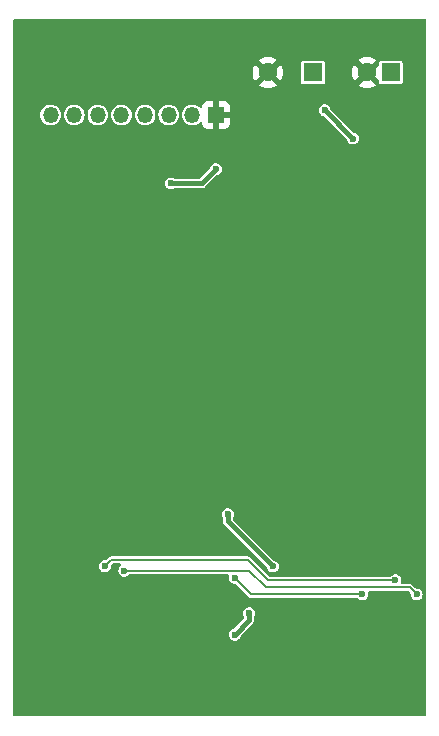
<source format=gbr>
%TF.GenerationSoftware,KiCad,Pcbnew,8.0.7*%
%TF.CreationDate,2025-01-18T17:17:35+01:00*%
%TF.ProjectId,tuff_tuff_pcb,74756666-5f74-4756-9666-5f7063622e6b,rev?*%
%TF.SameCoordinates,Original*%
%TF.FileFunction,Copper,L2,Bot*%
%TF.FilePolarity,Positive*%
%FSLAX46Y46*%
G04 Gerber Fmt 4.6, Leading zero omitted, Abs format (unit mm)*
G04 Created by KiCad (PCBNEW 8.0.7) date 2025-01-18 17:17:35*
%MOMM*%
%LPD*%
G01*
G04 APERTURE LIST*
%TA.AperFunction,ComponentPad*%
%ADD10R,1.600000X1.600000*%
%TD*%
%TA.AperFunction,ComponentPad*%
%ADD11C,1.600000*%
%TD*%
%TA.AperFunction,ComponentPad*%
%ADD12R,1.350000X1.350000*%
%TD*%
%TA.AperFunction,ComponentPad*%
%ADD13O,1.350000X1.350000*%
%TD*%
%TA.AperFunction,ViaPad*%
%ADD14C,0.600000*%
%TD*%
%TA.AperFunction,Conductor*%
%ADD15C,0.200000*%
%TD*%
%TA.AperFunction,Conductor*%
%ADD16C,0.400000*%
%TD*%
G04 APERTURE END LIST*
D10*
%TO.P,C1,1*%
%TO.N,VIN_DRIVE*%
X-5400000Y55000000D03*
D11*
%TO.P,C1,2*%
%TO.N,GND*%
X-7400000Y55000000D03*
%TD*%
D10*
%TO.P,C2,1*%
%TO.N,3.3V*%
X-12000000Y55000000D03*
D11*
%TO.P,C2,2*%
%TO.N,GND*%
X-15800000Y55000000D03*
%TD*%
D12*
%TO.P,J1,1,Pin_1*%
%TO.N,GND*%
X-20200000Y51400000D03*
D13*
%TO.P,J1,2,Pin_2*%
%TO.N,VIN_DRIVE*%
X-22200000Y51400000D03*
%TO.P,J1,3,Pin_3*%
%TO.N,VIN_LEFT*%
X-24200000Y51400000D03*
%TO.P,J1,4,Pin_4*%
%TO.N,VIN_RIGHT*%
X-26200000Y51400000D03*
%TO.P,J1,5,Pin_5*%
%TO.N,VIN_BREAK*%
X-28200000Y51400000D03*
%TO.P,J1,6,Pin_6*%
%TO.N,VIN_REVERSE*%
X-30200000Y51400000D03*
%TO.P,J1,7,Pin_7*%
%TO.N,GPIO_1*%
X-32200000Y51400000D03*
%TO.P,J1,8,Pin_8*%
%TO.N,GPIO_2*%
X-34200000Y51400000D03*
%TD*%
D14*
%TO.N,GND*%
X-3800000Y1600000D03*
X-26400000Y8400000D03*
X-31800000Y25400000D03*
X-35800000Y2000000D03*
X-15000000Y9000000D03*
X-19000000Y11400000D03*
X-26800000Y46600000D03*
X-16000000Y25200000D03*
X-23800000Y8400000D03*
X-25800000Y26400000D03*
X-26400000Y5400000D03*
X-23800000Y5400000D03*
X-14600000Y48600000D03*
X-27000000Y16000000D03*
X-27600000Y56200000D03*
X-35200000Y37000000D03*
%TO.N,SWDIO*%
X-5000000Y12000000D03*
X-29600000Y13200000D03*
%TO.N,SWCLK*%
X-3200000Y10800000D03*
X-27950000Y12800000D03*
%TO.N,NRST*%
X-18600000Y12200000D03*
X-7800000Y10800000D03*
%TO.N,3.3V*%
X-19200000Y17600000D03*
X-20200000Y46800000D03*
X-17400000Y9200000D03*
X-11000000Y51800000D03*
X-15375735Y13175735D03*
X-18600000Y7400000D03*
X-24000000Y45600000D03*
X-8600000Y49400000D03*
%TD*%
D15*
%TO.N,SWDIO*%
X-17524265Y13724265D02*
X-15800000Y12000000D01*
X-29075735Y13724265D02*
X-17524265Y13724265D01*
X-15800000Y12000000D02*
X-5000000Y12000000D01*
X-29600000Y13200000D02*
X-29075735Y13724265D01*
%TO.N,SWCLK*%
X-17400000Y12800000D02*
X-16000000Y11400000D01*
X-27950000Y12800000D02*
X-17400000Y12800000D01*
X-16000000Y11400000D02*
X-3800000Y11400000D01*
X-3800000Y11400000D02*
X-3200000Y10800000D01*
%TO.N,NRST*%
X-17200000Y10800000D02*
X-7800000Y10800000D01*
X-18600000Y12200000D02*
X-17200000Y10800000D01*
D16*
%TO.N,3.3V*%
X-19200000Y17000000D02*
X-15375735Y13175735D01*
X-11000000Y51800000D02*
X-8600000Y49400000D01*
X-17400000Y9200000D02*
X-17400000Y8600000D01*
X-17400000Y8600000D02*
X-18600000Y7400000D01*
X-19200000Y17600000D02*
X-19200000Y17000000D01*
X-20200000Y46800000D02*
X-21400000Y45600000D01*
X-21400000Y45600000D02*
X-24000000Y45600000D01*
%TD*%
%TA.AperFunction,Conductor*%
%TO.N,GND*%
G36*
X-2456961Y59479815D02*
G01*
X-2411206Y59427011D01*
X-2400000Y59375500D01*
X-2400000Y624500D01*
X-2419685Y557461D01*
X-2472489Y511706D01*
X-2524000Y500500D01*
X-37276000Y500500D01*
X-37343039Y520185D01*
X-37388794Y572989D01*
X-37400000Y624500D01*
X-37400000Y7400000D01*
X-19105647Y7400000D01*
X-19085166Y7257544D01*
X-19085164Y7257540D01*
X-19025377Y7126627D01*
X-18931128Y7017857D01*
X-18810053Y6940047D01*
X-18810050Y6940046D01*
X-18810051Y6940046D01*
X-18671964Y6899501D01*
X-18671962Y6899500D01*
X-18671961Y6899500D01*
X-18528038Y6899500D01*
X-18528038Y6899501D01*
X-18389947Y6940047D01*
X-18268872Y7017857D01*
X-18174623Y7126627D01*
X-18114835Y7257543D01*
X-18110427Y7288205D01*
X-18081406Y7351756D01*
X-18075385Y7358224D01*
X-17079520Y8354087D01*
X-17026793Y8445412D01*
X-16999500Y8547273D01*
X-16999500Y8652727D01*
X-16999500Y8851668D01*
X-16979815Y8918707D01*
X-16979099Y8919664D01*
X-16974632Y8926618D01*
X-16974623Y8926627D01*
X-16914835Y9057543D01*
X-16894353Y9200000D01*
X-16914835Y9342457D01*
X-16974623Y9473373D01*
X-17068872Y9582143D01*
X-17189947Y9659953D01*
X-17189949Y9659954D01*
X-17189951Y9659955D01*
X-17189950Y9659955D01*
X-17328037Y9700500D01*
X-17328039Y9700500D01*
X-17471961Y9700500D01*
X-17471964Y9700500D01*
X-17610051Y9659955D01*
X-17731127Y9582144D01*
X-17825377Y9473374D01*
X-17825378Y9473372D01*
X-17885166Y9342457D01*
X-17905647Y9200000D01*
X-17885166Y9057544D01*
X-17845877Y8971515D01*
X-17825377Y8926627D01*
X-17825373Y8926622D01*
X-17820582Y8919167D01*
X-17823636Y8917205D01*
X-17801765Y8869337D01*
X-17800500Y8851668D01*
X-17800500Y8817255D01*
X-17820185Y8750216D01*
X-17836819Y8729574D01*
X-18640991Y7925403D01*
X-18693737Y7894107D01*
X-18810051Y7859955D01*
X-18931127Y7782144D01*
X-19025377Y7673374D01*
X-19025378Y7673372D01*
X-19085166Y7542457D01*
X-19105647Y7400000D01*
X-37400000Y7400000D01*
X-37400000Y13200000D01*
X-30105647Y13200000D01*
X-30085166Y13057544D01*
X-30025378Y12926629D01*
X-30025377Y12926627D01*
X-29931128Y12817857D01*
X-29810053Y12740047D01*
X-29810050Y12740046D01*
X-29810051Y12740046D01*
X-29671964Y12699501D01*
X-29671962Y12699500D01*
X-29671961Y12699500D01*
X-29528038Y12699500D01*
X-29528038Y12699501D01*
X-29389947Y12740047D01*
X-29268872Y12817857D01*
X-29174623Y12926627D01*
X-29114835Y13057543D01*
X-29094353Y13200000D01*
X-29095661Y13209094D01*
X-29085721Y13278250D01*
X-29060604Y13314426D01*
X-28987581Y13387447D01*
X-28926257Y13420932D01*
X-28899901Y13423765D01*
X-28327462Y13423765D01*
X-28260423Y13404080D01*
X-28214668Y13351276D01*
X-28204724Y13282118D01*
X-28233749Y13218562D01*
X-28260423Y13195449D01*
X-28281127Y13182144D01*
X-28281128Y13182144D01*
X-28281128Y13182143D01*
X-28293710Y13167623D01*
X-28375377Y13073374D01*
X-28375378Y13073372D01*
X-28435166Y12942457D01*
X-28455647Y12800000D01*
X-28435166Y12657544D01*
X-28375378Y12526629D01*
X-28375377Y12526627D01*
X-28281128Y12417857D01*
X-28160053Y12340047D01*
X-28160050Y12340046D01*
X-28160051Y12340046D01*
X-28052893Y12308583D01*
X-28025367Y12300500D01*
X-28021964Y12299501D01*
X-28021962Y12299500D01*
X-28021961Y12299500D01*
X-27878038Y12299500D01*
X-27878038Y12299501D01*
X-27770879Y12330965D01*
X-27739950Y12340046D01*
X-27739950Y12340047D01*
X-27739947Y12340047D01*
X-27618872Y12417857D01*
X-27585212Y12456704D01*
X-27526433Y12494477D01*
X-27491499Y12499500D01*
X-19204698Y12499500D01*
X-19137659Y12479815D01*
X-19091904Y12427011D01*
X-19081960Y12357853D01*
X-19084884Y12344413D01*
X-19105647Y12200000D01*
X-19085166Y12057544D01*
X-19058886Y12000000D01*
X-19025377Y11926627D01*
X-18931128Y11817857D01*
X-18810053Y11740047D01*
X-18810050Y11740046D01*
X-18810051Y11740046D01*
X-18715554Y11712300D01*
X-18674720Y11700310D01*
X-18671964Y11699501D01*
X-18671962Y11699500D01*
X-18575833Y11699500D01*
X-18508794Y11679815D01*
X-18488152Y11663181D01*
X-17440460Y10615489D01*
X-17384511Y10559540D01*
X-17384509Y10559539D01*
X-17384505Y10559536D01*
X-17327507Y10526629D01*
X-17315989Y10519979D01*
X-17239562Y10499500D01*
X-17160438Y10499500D01*
X-8258501Y10499500D01*
X-8191462Y10479815D01*
X-8164789Y10456704D01*
X-8131128Y10417857D01*
X-8010053Y10340047D01*
X-8010050Y10340046D01*
X-8010051Y10340046D01*
X-7871964Y10299501D01*
X-7871962Y10299500D01*
X-7871961Y10299500D01*
X-7728038Y10299500D01*
X-7728038Y10299501D01*
X-7589947Y10340047D01*
X-7468872Y10417857D01*
X-7374623Y10526627D01*
X-7314835Y10657543D01*
X-7294353Y10800000D01*
X-7314835Y10942457D01*
X-7316097Y10951235D01*
X-7314280Y10951497D01*
X-7314278Y11010438D01*
X-7276502Y11069215D01*
X-7212945Y11098238D01*
X-7195302Y11099500D01*
X-3975833Y11099500D01*
X-3908794Y11079815D01*
X-3888152Y11063181D01*
X-3739396Y10914425D01*
X-3705911Y10853102D01*
X-3704339Y10809098D01*
X-3705647Y10800001D01*
X-3685166Y10657544D01*
X-3640409Y10559542D01*
X-3625377Y10526627D01*
X-3531128Y10417857D01*
X-3410053Y10340047D01*
X-3410050Y10340046D01*
X-3410051Y10340046D01*
X-3271964Y10299501D01*
X-3271962Y10299500D01*
X-3271961Y10299500D01*
X-3128038Y10299500D01*
X-3128038Y10299501D01*
X-2989947Y10340047D01*
X-2868872Y10417857D01*
X-2774623Y10526627D01*
X-2714835Y10657543D01*
X-2694353Y10800000D01*
X-2714835Y10942457D01*
X-2774623Y11073373D01*
X-2868872Y11182143D01*
X-2989947Y11259953D01*
X-2989949Y11259954D01*
X-2989951Y11259955D01*
X-2989950Y11259955D01*
X-3128037Y11300500D01*
X-3128039Y11300500D01*
X-3224167Y11300500D01*
X-3291206Y11320185D01*
X-3311848Y11336819D01*
X-3615488Y11640459D01*
X-3615496Y11640465D01*
X-3670032Y11671951D01*
X-3670036Y11671952D01*
X-3684011Y11680021D01*
X-3760438Y11700500D01*
X-3760440Y11700500D01*
X-4395302Y11700500D01*
X-4462341Y11720185D01*
X-4508096Y11772989D01*
X-4518040Y11842147D01*
X-4515117Y11855588D01*
X-4514837Y11857541D01*
X-4514835Y11857543D01*
X-4494353Y12000000D01*
X-4514835Y12142457D01*
X-4574623Y12273373D01*
X-4668872Y12382143D01*
X-4789947Y12459953D01*
X-4789949Y12459954D01*
X-4789951Y12459955D01*
X-4789950Y12459955D01*
X-4928037Y12500500D01*
X-4928039Y12500500D01*
X-5071961Y12500500D01*
X-5071964Y12500500D01*
X-5210051Y12459955D01*
X-5331127Y12382144D01*
X-5364788Y12343297D01*
X-5423567Y12305523D01*
X-5458501Y12300500D01*
X-15624167Y12300500D01*
X-15691206Y12320185D01*
X-15711848Y12336819D01*
X-17339753Y13964724D01*
X-17339761Y13964730D01*
X-17408270Y14004283D01*
X-17408275Y14004286D01*
X-17433752Y14011113D01*
X-17484703Y14024765D01*
X-29036173Y14024765D01*
X-29115297Y14024765D01*
X-29191725Y14004287D01*
X-29260246Y13964725D01*
X-29260249Y13964723D01*
X-29488153Y13736819D01*
X-29549476Y13703334D01*
X-29575834Y13700500D01*
X-29671964Y13700500D01*
X-29810051Y13659955D01*
X-29931127Y13582144D01*
X-30025377Y13473374D01*
X-30025378Y13473372D01*
X-30085166Y13342457D01*
X-30105647Y13200000D01*
X-37400000Y13200000D01*
X-37400000Y17600000D01*
X-19705647Y17600000D01*
X-19685166Y17457544D01*
X-19645877Y17371515D01*
X-19625377Y17326627D01*
X-19625373Y17326622D01*
X-19620582Y17319167D01*
X-19623636Y17317205D01*
X-19601765Y17269337D01*
X-19600500Y17251668D01*
X-19600500Y16947274D01*
X-19573207Y16845411D01*
X-19546844Y16799750D01*
X-19520480Y16754087D01*
X-19520478Y16754085D01*
X-15900366Y13133973D01*
X-15866881Y13072650D01*
X-15865309Y13063940D01*
X-15860901Y13033282D01*
X-15860900Y13033277D01*
X-15812194Y12926627D01*
X-15801112Y12902362D01*
X-15706863Y12793592D01*
X-15585788Y12715782D01*
X-15585785Y12715781D01*
X-15585786Y12715781D01*
X-15447699Y12675236D01*
X-15447697Y12675235D01*
X-15447696Y12675235D01*
X-15303773Y12675235D01*
X-15303773Y12675236D01*
X-15165682Y12715782D01*
X-15044607Y12793592D01*
X-14950358Y12902362D01*
X-14890570Y13033278D01*
X-14870088Y13175735D01*
X-14890570Y13318192D01*
X-14950358Y13449108D01*
X-15044607Y13557878D01*
X-15082366Y13582144D01*
X-15165684Y13635690D01*
X-15281999Y13669842D01*
X-15334745Y13701138D01*
X-18763181Y17129574D01*
X-18796666Y17190897D01*
X-18799500Y17217255D01*
X-18799500Y17251668D01*
X-18779815Y17318707D01*
X-18779099Y17319664D01*
X-18774632Y17326618D01*
X-18774623Y17326627D01*
X-18714835Y17457543D01*
X-18694353Y17600000D01*
X-18714835Y17742457D01*
X-18774623Y17873373D01*
X-18868872Y17982143D01*
X-18989947Y18059953D01*
X-18989949Y18059954D01*
X-18989951Y18059955D01*
X-18989950Y18059955D01*
X-19128037Y18100500D01*
X-19128039Y18100500D01*
X-19271961Y18100500D01*
X-19271964Y18100500D01*
X-19410051Y18059955D01*
X-19531127Y17982144D01*
X-19625377Y17873374D01*
X-19625378Y17873372D01*
X-19685166Y17742457D01*
X-19705647Y17600000D01*
X-37400000Y17600000D01*
X-37400000Y45600000D01*
X-24505647Y45600000D01*
X-24485166Y45457544D01*
X-24425378Y45326629D01*
X-24425377Y45326627D01*
X-24331128Y45217857D01*
X-24210053Y45140047D01*
X-24210050Y45140046D01*
X-24210051Y45140046D01*
X-24071964Y45099501D01*
X-24071962Y45099500D01*
X-24071961Y45099500D01*
X-23928038Y45099500D01*
X-23928038Y45099501D01*
X-23789950Y45140046D01*
X-23789949Y45140046D01*
X-23728064Y45179816D01*
X-23661026Y45199500D01*
X-21347275Y45199500D01*
X-21347273Y45199500D01*
X-21245412Y45226793D01*
X-21154087Y45279520D01*
X-20159008Y46274600D01*
X-20106263Y46305894D01*
X-19989950Y46340046D01*
X-19989950Y46340047D01*
X-19989947Y46340047D01*
X-19868872Y46417857D01*
X-19774623Y46526627D01*
X-19714835Y46657543D01*
X-19694353Y46800000D01*
X-19714835Y46942457D01*
X-19774623Y47073373D01*
X-19868872Y47182143D01*
X-19989947Y47259953D01*
X-19989949Y47259954D01*
X-19989951Y47259955D01*
X-19989950Y47259955D01*
X-20128037Y47300500D01*
X-20128039Y47300500D01*
X-20271961Y47300500D01*
X-20271964Y47300500D01*
X-20410051Y47259955D01*
X-20531127Y47182144D01*
X-20625377Y47073374D01*
X-20625378Y47073372D01*
X-20685165Y46942459D01*
X-20685166Y46942455D01*
X-20689574Y46911796D01*
X-20718600Y46848241D01*
X-20724631Y46841764D01*
X-21529574Y46036819D01*
X-21590897Y46003334D01*
X-21617255Y46000500D01*
X-23661026Y46000500D01*
X-23728064Y46020184D01*
X-23789950Y46059955D01*
X-23928037Y46100500D01*
X-23928039Y46100500D01*
X-24071961Y46100500D01*
X-24071964Y46100500D01*
X-24210051Y46059955D01*
X-24331127Y45982144D01*
X-24425377Y45873374D01*
X-24425378Y45873372D01*
X-24485166Y45742457D01*
X-24505647Y45600000D01*
X-37400000Y45600000D01*
X-37400000Y51400000D01*
X-35080322Y51400000D01*
X-35061085Y51216971D01*
X-35061084Y51216968D01*
X-35004217Y51041947D01*
X-35004214Y51041941D01*
X-34912195Y50882560D01*
X-34840652Y50803103D01*
X-34789051Y50745794D01*
X-34789049Y50745792D01*
X-34640166Y50637622D01*
X-34640165Y50637622D01*
X-34640161Y50637619D01*
X-34503047Y50576572D01*
X-34472039Y50562766D01*
X-34472034Y50562764D01*
X-34292019Y50524500D01*
X-34107981Y50524500D01*
X-33927966Y50562764D01*
X-33759839Y50637619D01*
X-33610950Y50745793D01*
X-33487805Y50882560D01*
X-33395786Y51041941D01*
X-33338915Y51216971D01*
X-33323321Y51365345D01*
X-33309138Y51399816D01*
X-33309324Y51400186D01*
X-33090863Y51400186D01*
X-33078023Y51374688D01*
X-33076681Y51365354D01*
X-33061085Y51216971D01*
X-33061084Y51216968D01*
X-33004217Y51041947D01*
X-33004214Y51041941D01*
X-32912195Y50882560D01*
X-32840652Y50803103D01*
X-32789051Y50745794D01*
X-32789049Y50745792D01*
X-32640166Y50637622D01*
X-32640165Y50637622D01*
X-32640161Y50637619D01*
X-32503047Y50576572D01*
X-32472039Y50562766D01*
X-32472034Y50562764D01*
X-32292019Y50524500D01*
X-32107981Y50524500D01*
X-31927966Y50562764D01*
X-31759839Y50637619D01*
X-31610950Y50745793D01*
X-31487805Y50882560D01*
X-31395786Y51041941D01*
X-31338915Y51216971D01*
X-31323321Y51365345D01*
X-31309138Y51399816D01*
X-31309324Y51400186D01*
X-31090863Y51400186D01*
X-31078023Y51374688D01*
X-31076681Y51365354D01*
X-31061085Y51216971D01*
X-31061084Y51216968D01*
X-31004217Y51041947D01*
X-31004214Y51041941D01*
X-30912195Y50882560D01*
X-30840652Y50803103D01*
X-30789051Y50745794D01*
X-30789049Y50745792D01*
X-30640166Y50637622D01*
X-30640165Y50637622D01*
X-30640161Y50637619D01*
X-30503047Y50576572D01*
X-30472039Y50562766D01*
X-30472034Y50562764D01*
X-30292019Y50524500D01*
X-30107981Y50524500D01*
X-29927966Y50562764D01*
X-29759839Y50637619D01*
X-29610950Y50745793D01*
X-29487805Y50882560D01*
X-29395786Y51041941D01*
X-29338915Y51216971D01*
X-29323321Y51365345D01*
X-29309138Y51399816D01*
X-29309324Y51400186D01*
X-29090863Y51400186D01*
X-29078023Y51374688D01*
X-29076681Y51365354D01*
X-29061085Y51216971D01*
X-29061084Y51216968D01*
X-29004217Y51041947D01*
X-29004214Y51041941D01*
X-28912195Y50882560D01*
X-28840652Y50803103D01*
X-28789051Y50745794D01*
X-28789049Y50745792D01*
X-28640166Y50637622D01*
X-28640165Y50637622D01*
X-28640161Y50637619D01*
X-28503047Y50576572D01*
X-28472039Y50562766D01*
X-28472034Y50562764D01*
X-28292019Y50524500D01*
X-28107981Y50524500D01*
X-27927966Y50562764D01*
X-27759839Y50637619D01*
X-27610950Y50745793D01*
X-27487805Y50882560D01*
X-27395786Y51041941D01*
X-27338915Y51216971D01*
X-27323321Y51365345D01*
X-27309138Y51399816D01*
X-27309324Y51400186D01*
X-27090863Y51400186D01*
X-27078023Y51374688D01*
X-27076681Y51365354D01*
X-27061085Y51216971D01*
X-27061084Y51216968D01*
X-27004217Y51041947D01*
X-27004214Y51041941D01*
X-26912195Y50882560D01*
X-26840652Y50803103D01*
X-26789051Y50745794D01*
X-26789049Y50745792D01*
X-26640166Y50637622D01*
X-26640165Y50637622D01*
X-26640161Y50637619D01*
X-26503047Y50576572D01*
X-26472039Y50562766D01*
X-26472034Y50562764D01*
X-26292019Y50524500D01*
X-26107981Y50524500D01*
X-25927966Y50562764D01*
X-25759839Y50637619D01*
X-25610950Y50745793D01*
X-25487805Y50882560D01*
X-25395786Y51041941D01*
X-25338915Y51216971D01*
X-25323321Y51365345D01*
X-25309138Y51399816D01*
X-25309324Y51400186D01*
X-25090863Y51400186D01*
X-25078023Y51374688D01*
X-25076681Y51365354D01*
X-25061085Y51216971D01*
X-25061084Y51216968D01*
X-25004217Y51041947D01*
X-25004214Y51041941D01*
X-24912195Y50882560D01*
X-24840652Y50803103D01*
X-24789051Y50745794D01*
X-24789049Y50745792D01*
X-24640166Y50637622D01*
X-24640165Y50637622D01*
X-24640161Y50637619D01*
X-24503047Y50576572D01*
X-24472039Y50562766D01*
X-24472034Y50562764D01*
X-24292019Y50524500D01*
X-24107981Y50524500D01*
X-23927966Y50562764D01*
X-23759839Y50637619D01*
X-23610950Y50745793D01*
X-23487805Y50882560D01*
X-23395786Y51041941D01*
X-23338915Y51216971D01*
X-23323321Y51365345D01*
X-23309138Y51399816D01*
X-23309324Y51400186D01*
X-23090863Y51400186D01*
X-23078023Y51374688D01*
X-23076681Y51365354D01*
X-23061085Y51216971D01*
X-23061084Y51216968D01*
X-23004217Y51041947D01*
X-23004214Y51041941D01*
X-22912195Y50882560D01*
X-22840652Y50803103D01*
X-22789051Y50745794D01*
X-22789049Y50745792D01*
X-22640166Y50637622D01*
X-22640165Y50637622D01*
X-22640161Y50637619D01*
X-22503047Y50576572D01*
X-22472039Y50562766D01*
X-22472034Y50562764D01*
X-22292019Y50524500D01*
X-22107981Y50524500D01*
X-21927966Y50562764D01*
X-21759839Y50637619D01*
X-21610950Y50745793D01*
X-21591150Y50767785D01*
X-21531665Y50804432D01*
X-21461808Y50803103D01*
X-21403759Y50764217D01*
X-21375949Y50700121D01*
X-21375000Y50684812D01*
X-21375000Y50677156D01*
X-21368599Y50617628D01*
X-21368597Y50617621D01*
X-21318355Y50482914D01*
X-21318351Y50482907D01*
X-21232191Y50367813D01*
X-21232188Y50367810D01*
X-21117094Y50281650D01*
X-21117087Y50281646D01*
X-20982380Y50231404D01*
X-20982373Y50231402D01*
X-20922845Y50225001D01*
X-20922828Y50225000D01*
X-20450000Y50225000D01*
X-20450000Y51084314D01*
X-20445606Y51079920D01*
X-20354394Y51027259D01*
X-20252661Y51000000D01*
X-20147339Y51000000D01*
X-20045606Y51027259D01*
X-19954394Y51079920D01*
X-19950000Y51084314D01*
X-19950000Y50225000D01*
X-19477172Y50225000D01*
X-19477156Y50225001D01*
X-19417628Y50231402D01*
X-19417621Y50231404D01*
X-19282914Y50281646D01*
X-19282907Y50281650D01*
X-19167813Y50367810D01*
X-19167810Y50367813D01*
X-19081650Y50482907D01*
X-19081646Y50482914D01*
X-19031404Y50617621D01*
X-19031402Y50617628D01*
X-19025001Y50677156D01*
X-19025000Y50677173D01*
X-19025000Y51150000D01*
X-19884314Y51150000D01*
X-19879920Y51154394D01*
X-19827259Y51245606D01*
X-19800000Y51347339D01*
X-19800000Y51452661D01*
X-19827259Y51554394D01*
X-19879920Y51645606D01*
X-19884314Y51650000D01*
X-19025000Y51650000D01*
X-19025000Y51800000D01*
X-11505647Y51800000D01*
X-11485166Y51657544D01*
X-11438058Y51554394D01*
X-11425377Y51526627D01*
X-11331128Y51417857D01*
X-11210053Y51340047D01*
X-11210050Y51340046D01*
X-11210051Y51340046D01*
X-11093738Y51305894D01*
X-11040991Y51274598D01*
X-9124631Y49358239D01*
X-9091146Y49296916D01*
X-9089574Y49288206D01*
X-9085165Y49257543D01*
X-9025377Y49126627D01*
X-8931128Y49017857D01*
X-8810053Y48940047D01*
X-8810050Y48940046D01*
X-8810051Y48940046D01*
X-8671964Y48899501D01*
X-8671962Y48899500D01*
X-8671961Y48899500D01*
X-8528038Y48899500D01*
X-8528038Y48899501D01*
X-8389947Y48940047D01*
X-8268872Y49017857D01*
X-8174623Y49126627D01*
X-8114835Y49257543D01*
X-8094353Y49400000D01*
X-8114835Y49542457D01*
X-8174623Y49673373D01*
X-8268872Y49782143D01*
X-8389947Y49859953D01*
X-8389949Y49859954D01*
X-8389951Y49859955D01*
X-8389950Y49859955D01*
X-8506264Y49894107D01*
X-8559011Y49925403D01*
X-10475371Y51841764D01*
X-10508856Y51903087D01*
X-10510428Y51911802D01*
X-10511238Y51917439D01*
X-10514835Y51942457D01*
X-10574623Y52073373D01*
X-10668872Y52182143D01*
X-10789947Y52259953D01*
X-10789949Y52259954D01*
X-10789951Y52259955D01*
X-10789950Y52259955D01*
X-10928037Y52300500D01*
X-10928039Y52300500D01*
X-11071961Y52300500D01*
X-11071964Y52300500D01*
X-11210051Y52259955D01*
X-11331127Y52182144D01*
X-11425377Y52073374D01*
X-11425378Y52073372D01*
X-11485166Y51942457D01*
X-11505647Y51800000D01*
X-19025000Y51800000D01*
X-19025000Y52122828D01*
X-19025001Y52122845D01*
X-19031402Y52182373D01*
X-19031404Y52182380D01*
X-19081646Y52317087D01*
X-19081650Y52317094D01*
X-19167810Y52432188D01*
X-19167813Y52432191D01*
X-19282907Y52518351D01*
X-19282914Y52518355D01*
X-19417621Y52568597D01*
X-19417628Y52568599D01*
X-19477156Y52575000D01*
X-19950000Y52575000D01*
X-19950000Y51715686D01*
X-19954394Y51720080D01*
X-20045606Y51772741D01*
X-20147339Y51800000D01*
X-20252661Y51800000D01*
X-20354394Y51772741D01*
X-20445606Y51720080D01*
X-20450000Y51715686D01*
X-20450000Y52575000D01*
X-20922845Y52575000D01*
X-20982373Y52568599D01*
X-20982380Y52568597D01*
X-21117087Y52518355D01*
X-21117094Y52518351D01*
X-21232188Y52432191D01*
X-21232191Y52432188D01*
X-21318351Y52317094D01*
X-21318355Y52317087D01*
X-21368597Y52182380D01*
X-21368599Y52182373D01*
X-21375000Y52122845D01*
X-21375000Y52115189D01*
X-21394685Y52048150D01*
X-21447489Y52002395D01*
X-21516647Y51992451D01*
X-21580203Y52021476D01*
X-21591150Y52032217D01*
X-21610950Y52054207D01*
X-21610952Y52054209D01*
X-21759835Y52162379D01*
X-21759838Y52162381D01*
X-21759839Y52162381D01*
X-21820888Y52189562D01*
X-21927962Y52237235D01*
X-21927967Y52237237D01*
X-22107981Y52275500D01*
X-22292019Y52275500D01*
X-22472034Y52237237D01*
X-22472039Y52237235D01*
X-22640161Y52162381D01*
X-22640166Y52162379D01*
X-22789049Y52054209D01*
X-22789051Y52054207D01*
X-22912196Y51917439D01*
X-23004214Y51758060D01*
X-23004217Y51758054D01*
X-23061084Y51583033D01*
X-23061085Y51583029D01*
X-23067013Y51526627D01*
X-23076679Y51434658D01*
X-23090863Y51400186D01*
X-23309324Y51400186D01*
X-23321977Y51425313D01*
X-23323321Y51434658D01*
X-23325213Y51452661D01*
X-23338915Y51583029D01*
X-23395786Y51758059D01*
X-23487805Y51917440D01*
X-23610950Y52054207D01*
X-23610952Y52054209D01*
X-23759835Y52162379D01*
X-23759838Y52162381D01*
X-23759839Y52162381D01*
X-23820888Y52189562D01*
X-23927962Y52237235D01*
X-23927967Y52237237D01*
X-24107981Y52275500D01*
X-24292019Y52275500D01*
X-24472034Y52237237D01*
X-24472039Y52237235D01*
X-24640161Y52162381D01*
X-24640166Y52162379D01*
X-24789049Y52054209D01*
X-24789051Y52054207D01*
X-24912196Y51917439D01*
X-25004214Y51758060D01*
X-25004217Y51758054D01*
X-25061084Y51583033D01*
X-25061085Y51583029D01*
X-25067013Y51526627D01*
X-25076679Y51434658D01*
X-25090863Y51400186D01*
X-25309324Y51400186D01*
X-25321977Y51425313D01*
X-25323321Y51434658D01*
X-25325213Y51452661D01*
X-25338915Y51583029D01*
X-25395786Y51758059D01*
X-25487805Y51917440D01*
X-25610950Y52054207D01*
X-25610952Y52054209D01*
X-25759835Y52162379D01*
X-25759838Y52162381D01*
X-25759839Y52162381D01*
X-25820888Y52189562D01*
X-25927962Y52237235D01*
X-25927967Y52237237D01*
X-26107981Y52275500D01*
X-26292019Y52275500D01*
X-26472034Y52237237D01*
X-26472039Y52237235D01*
X-26640161Y52162381D01*
X-26640166Y52162379D01*
X-26789049Y52054209D01*
X-26789051Y52054207D01*
X-26912196Y51917439D01*
X-27004214Y51758060D01*
X-27004217Y51758054D01*
X-27061084Y51583033D01*
X-27061085Y51583029D01*
X-27067013Y51526627D01*
X-27076679Y51434658D01*
X-27090863Y51400186D01*
X-27309324Y51400186D01*
X-27321977Y51425313D01*
X-27323321Y51434658D01*
X-27325213Y51452661D01*
X-27338915Y51583029D01*
X-27395786Y51758059D01*
X-27487805Y51917440D01*
X-27610950Y52054207D01*
X-27610952Y52054209D01*
X-27759835Y52162379D01*
X-27759838Y52162381D01*
X-27759839Y52162381D01*
X-27820888Y52189562D01*
X-27927962Y52237235D01*
X-27927967Y52237237D01*
X-28107981Y52275500D01*
X-28292019Y52275500D01*
X-28472034Y52237237D01*
X-28472039Y52237235D01*
X-28640161Y52162381D01*
X-28640166Y52162379D01*
X-28789049Y52054209D01*
X-28789051Y52054207D01*
X-28912196Y51917439D01*
X-29004214Y51758060D01*
X-29004217Y51758054D01*
X-29061084Y51583033D01*
X-29061085Y51583029D01*
X-29067013Y51526627D01*
X-29076679Y51434658D01*
X-29090863Y51400186D01*
X-29309324Y51400186D01*
X-29321977Y51425313D01*
X-29323321Y51434658D01*
X-29325213Y51452661D01*
X-29338915Y51583029D01*
X-29395786Y51758059D01*
X-29487805Y51917440D01*
X-29610950Y52054207D01*
X-29610952Y52054209D01*
X-29759835Y52162379D01*
X-29759838Y52162381D01*
X-29759839Y52162381D01*
X-29820888Y52189562D01*
X-29927962Y52237235D01*
X-29927967Y52237237D01*
X-30107981Y52275500D01*
X-30292019Y52275500D01*
X-30472034Y52237237D01*
X-30472039Y52237235D01*
X-30640161Y52162381D01*
X-30640166Y52162379D01*
X-30789049Y52054209D01*
X-30789051Y52054207D01*
X-30912196Y51917439D01*
X-31004214Y51758060D01*
X-31004217Y51758054D01*
X-31061084Y51583033D01*
X-31061085Y51583029D01*
X-31067013Y51526627D01*
X-31076679Y51434658D01*
X-31090863Y51400186D01*
X-31309324Y51400186D01*
X-31321977Y51425313D01*
X-31323321Y51434658D01*
X-31325213Y51452661D01*
X-31338915Y51583029D01*
X-31395786Y51758059D01*
X-31487805Y51917440D01*
X-31610950Y52054207D01*
X-31610952Y52054209D01*
X-31759835Y52162379D01*
X-31759838Y52162381D01*
X-31759839Y52162381D01*
X-31820888Y52189562D01*
X-31927962Y52237235D01*
X-31927967Y52237237D01*
X-32107981Y52275500D01*
X-32292019Y52275500D01*
X-32472034Y52237237D01*
X-32472039Y52237235D01*
X-32640161Y52162381D01*
X-32640166Y52162379D01*
X-32789049Y52054209D01*
X-32789051Y52054207D01*
X-32912196Y51917439D01*
X-33004214Y51758060D01*
X-33004217Y51758054D01*
X-33061084Y51583033D01*
X-33061085Y51583029D01*
X-33067013Y51526627D01*
X-33076679Y51434658D01*
X-33090863Y51400186D01*
X-33309324Y51400186D01*
X-33321977Y51425313D01*
X-33323321Y51434658D01*
X-33325213Y51452661D01*
X-33338915Y51583029D01*
X-33395786Y51758059D01*
X-33487805Y51917440D01*
X-33610950Y52054207D01*
X-33610952Y52054209D01*
X-33759835Y52162379D01*
X-33759838Y52162381D01*
X-33759839Y52162381D01*
X-33820888Y52189562D01*
X-33927962Y52237235D01*
X-33927967Y52237237D01*
X-34107981Y52275500D01*
X-34292019Y52275500D01*
X-34472034Y52237237D01*
X-34472039Y52237235D01*
X-34640161Y52162381D01*
X-34640166Y52162379D01*
X-34789049Y52054209D01*
X-34789051Y52054207D01*
X-34912196Y51917439D01*
X-35004214Y51758060D01*
X-35004217Y51758054D01*
X-35061084Y51583033D01*
X-35061085Y51583029D01*
X-35080322Y51400000D01*
X-37400000Y51400000D01*
X-37400000Y55000003D01*
X-17104966Y55000003D01*
X-17104966Y54999998D01*
X-17085142Y54773401D01*
X-17085140Y54773390D01*
X-17026270Y54553683D01*
X-17026265Y54553669D01*
X-16930137Y54347522D01*
X-16879026Y54274528D01*
X-16200000Y54953554D01*
X-16200000Y54947339D01*
X-16172741Y54845606D01*
X-16120080Y54754394D01*
X-16045606Y54679920D01*
X-15954394Y54627259D01*
X-15852661Y54600000D01*
X-15846447Y54600000D01*
X-16525474Y53920975D01*
X-16452487Y53869868D01*
X-16452479Y53869864D01*
X-16246332Y53773736D01*
X-16246318Y53773731D01*
X-16026611Y53714861D01*
X-16026600Y53714859D01*
X-15800002Y53695034D01*
X-15799998Y53695034D01*
X-15573401Y53714859D01*
X-15573390Y53714861D01*
X-15353683Y53773731D01*
X-15353669Y53773736D01*
X-15147522Y53869864D01*
X-15074529Y53920976D01*
X-15753553Y54600000D01*
X-15747339Y54600000D01*
X-15645606Y54627259D01*
X-15554394Y54679920D01*
X-15479920Y54754394D01*
X-15427259Y54845606D01*
X-15400000Y54947339D01*
X-15400000Y54953553D01*
X-14720976Y54274529D01*
X-14669864Y54347522D01*
X-14573736Y54553669D01*
X-14573731Y54553683D01*
X-14514861Y54773390D01*
X-14514859Y54773401D01*
X-14495034Y54999998D01*
X-14495034Y55000003D01*
X-14514859Y55226600D01*
X-14514861Y55226611D01*
X-14573731Y55446318D01*
X-14573736Y55446332D01*
X-14669864Y55652479D01*
X-14669868Y55652487D01*
X-14720975Y55725474D01*
X-15400000Y55046449D01*
X-15400000Y55052661D01*
X-15427259Y55154394D01*
X-15479920Y55245606D01*
X-15554394Y55320080D01*
X-15645606Y55372741D01*
X-15747339Y55400000D01*
X-15753555Y55400000D01*
X-15333801Y55819753D01*
X-13000500Y55819753D01*
X-13000500Y54180248D01*
X-12988869Y54121771D01*
X-12988868Y54121770D01*
X-12944553Y54055448D01*
X-12878231Y54011133D01*
X-12878230Y54011132D01*
X-12819753Y53999501D01*
X-12819750Y53999500D01*
X-12819748Y53999500D01*
X-11180250Y53999500D01*
X-11180249Y53999501D01*
X-11165432Y54002448D01*
X-11121771Y54011132D01*
X-11121771Y54011133D01*
X-11121769Y54011133D01*
X-11055448Y54055448D01*
X-11011133Y54121769D01*
X-11011133Y54121771D01*
X-11011132Y54121771D01*
X-10999501Y54180248D01*
X-10999500Y54180250D01*
X-10999500Y55000003D01*
X-8704966Y55000003D01*
X-8704966Y54999998D01*
X-8685142Y54773401D01*
X-8685140Y54773390D01*
X-8626270Y54553683D01*
X-8626265Y54553669D01*
X-8530137Y54347522D01*
X-8479026Y54274528D01*
X-7800000Y54953554D01*
X-7800000Y54947339D01*
X-7772741Y54845606D01*
X-7720080Y54754394D01*
X-7645606Y54679920D01*
X-7554394Y54627259D01*
X-7452661Y54600000D01*
X-7446447Y54600000D01*
X-8125474Y53920975D01*
X-8052487Y53869868D01*
X-8052479Y53869864D01*
X-7846332Y53773736D01*
X-7846318Y53773731D01*
X-7626611Y53714861D01*
X-7626600Y53714859D01*
X-7400002Y53695034D01*
X-7399998Y53695034D01*
X-7173401Y53714859D01*
X-7173390Y53714861D01*
X-6953683Y53773731D01*
X-6953669Y53773736D01*
X-6747522Y53869864D01*
X-6674529Y53920976D01*
X-7353553Y54600000D01*
X-7347339Y54600000D01*
X-7245606Y54627259D01*
X-7154394Y54679920D01*
X-7079920Y54754394D01*
X-7027259Y54845606D01*
X-7000000Y54947339D01*
X-7000000Y54953553D01*
X-6436819Y54390373D01*
X-6403334Y54329050D01*
X-6400500Y54302692D01*
X-6400500Y54180248D01*
X-6388869Y54121771D01*
X-6388868Y54121770D01*
X-6344553Y54055448D01*
X-6278231Y54011133D01*
X-6278230Y54011132D01*
X-6219753Y53999501D01*
X-6219750Y53999500D01*
X-6219748Y53999500D01*
X-4580250Y53999500D01*
X-4580249Y53999501D01*
X-4565432Y54002448D01*
X-4521771Y54011132D01*
X-4521771Y54011133D01*
X-4521769Y54011133D01*
X-4455448Y54055448D01*
X-4411133Y54121769D01*
X-4411133Y54121771D01*
X-4411132Y54121771D01*
X-4399501Y54180248D01*
X-4399500Y54180250D01*
X-4399500Y55819751D01*
X-4399501Y55819753D01*
X-4411132Y55878230D01*
X-4411133Y55878231D01*
X-4455448Y55944553D01*
X-4521770Y55988868D01*
X-4521771Y55988869D01*
X-4580248Y56000500D01*
X-4580252Y56000500D01*
X-6219748Y56000500D01*
X-6219753Y56000500D01*
X-6278230Y55988869D01*
X-6278231Y55988868D01*
X-6344553Y55944553D01*
X-6388868Y55878231D01*
X-6388869Y55878230D01*
X-6400500Y55819753D01*
X-6400500Y55697309D01*
X-6420185Y55630270D01*
X-6436819Y55609628D01*
X-7000000Y55046448D01*
X-7000000Y55052661D01*
X-7027259Y55154394D01*
X-7079920Y55245606D01*
X-7154394Y55320080D01*
X-7245606Y55372741D01*
X-7347339Y55400000D01*
X-7353555Y55400000D01*
X-6674528Y56079026D01*
X-6747522Y56130137D01*
X-6953669Y56226265D01*
X-6953683Y56226270D01*
X-7173390Y56285140D01*
X-7173401Y56285142D01*
X-7399998Y56304966D01*
X-7400002Y56304966D01*
X-7626600Y56285142D01*
X-7626611Y56285140D01*
X-7846318Y56226270D01*
X-7846327Y56226266D01*
X-8052484Y56130134D01*
X-8052488Y56130132D01*
X-8125474Y56079027D01*
X-8125474Y56079026D01*
X-7446447Y55400000D01*
X-7452661Y55400000D01*
X-7554394Y55372741D01*
X-7645606Y55320080D01*
X-7720080Y55245606D01*
X-7772741Y55154394D01*
X-7800000Y55052661D01*
X-7800000Y55046448D01*
X-8479026Y55725474D01*
X-8479027Y55725474D01*
X-8530132Y55652488D01*
X-8530134Y55652484D01*
X-8626266Y55446327D01*
X-8626270Y55446318D01*
X-8685140Y55226611D01*
X-8685142Y55226600D01*
X-8704966Y55000003D01*
X-10999500Y55000003D01*
X-10999500Y55819751D01*
X-10999501Y55819753D01*
X-11011132Y55878230D01*
X-11011133Y55878231D01*
X-11055448Y55944553D01*
X-11121770Y55988868D01*
X-11121771Y55988869D01*
X-11180248Y56000500D01*
X-11180252Y56000500D01*
X-12819748Y56000500D01*
X-12819753Y56000500D01*
X-12878230Y55988869D01*
X-12878231Y55988868D01*
X-12944553Y55944553D01*
X-12988868Y55878231D01*
X-12988869Y55878230D01*
X-13000500Y55819753D01*
X-15333801Y55819753D01*
X-15074528Y56079026D01*
X-15147522Y56130137D01*
X-15353669Y56226265D01*
X-15353683Y56226270D01*
X-15573390Y56285140D01*
X-15573401Y56285142D01*
X-15799998Y56304966D01*
X-15800002Y56304966D01*
X-16026600Y56285142D01*
X-16026611Y56285140D01*
X-16246318Y56226270D01*
X-16246327Y56226266D01*
X-16452484Y56130134D01*
X-16452488Y56130132D01*
X-16525474Y56079027D01*
X-16525474Y56079026D01*
X-15846447Y55400000D01*
X-15852661Y55400000D01*
X-15954394Y55372741D01*
X-16045606Y55320080D01*
X-16120080Y55245606D01*
X-16172741Y55154394D01*
X-16200000Y55052661D01*
X-16200000Y55046448D01*
X-16879026Y55725474D01*
X-16879027Y55725474D01*
X-16930132Y55652488D01*
X-16930134Y55652484D01*
X-17026266Y55446327D01*
X-17026270Y55446318D01*
X-17085140Y55226611D01*
X-17085142Y55226600D01*
X-17104966Y55000003D01*
X-37400000Y55000003D01*
X-37400000Y59375500D01*
X-37380315Y59442539D01*
X-37327511Y59488294D01*
X-37276000Y59499500D01*
X-2524000Y59499500D01*
X-2456961Y59479815D01*
G37*
%TD.AperFunction*%
%TD*%
M02*

</source>
